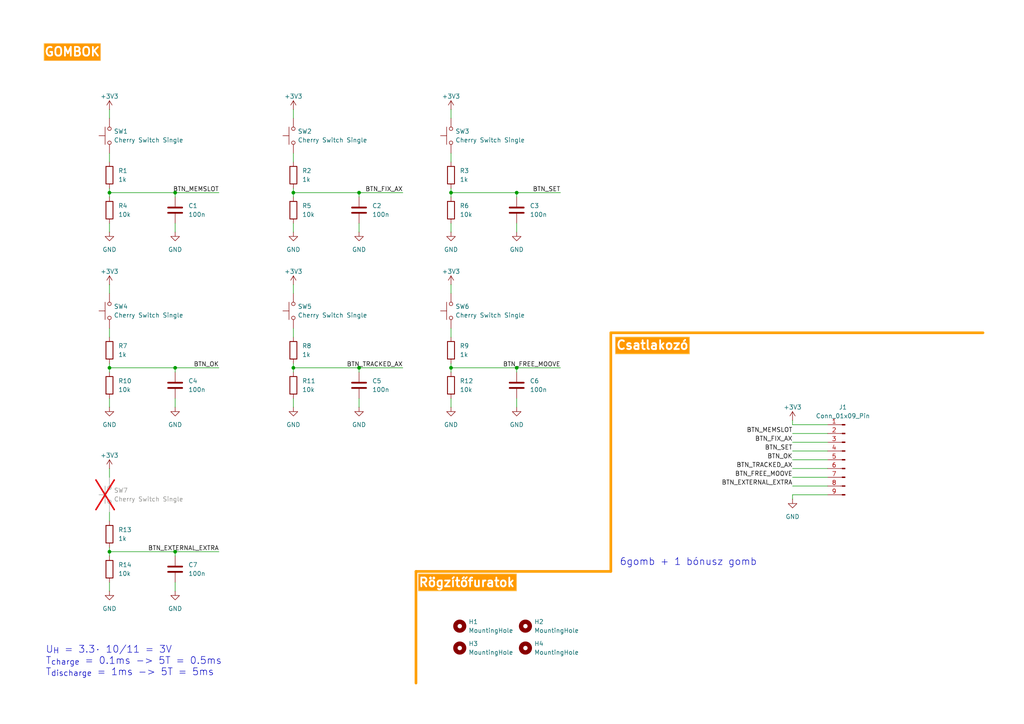
<source format=kicad_sch>
(kicad_sch (version 20250114) (generator "eeschema") (generator_version "9.0")
  (paper "A4")
  (lib_symbols
    (symbol "Connector:Conn_01x09_Pin" (pin_names (offset 1.016) (hide yes))
      (property "Reference" "J" (at 0 12.7 0))
      (property "Value" "Conn_01x09_Pin" (at 0 -12.7 0))
      (symbol "Conn_01x09_Pin_1_1"
        (rectangle (start 0.8636 10.287) (end 0 10.033) (stroke (width 0.1524)) (fill (type outline)))
        (rectangle (start 0.8636 7.747) (end 0 7.493) (stroke (width 0.1524)) (fill (type outline)))
        (rectangle (start 0.8636 5.207) (end 0 4.953) (stroke (width 0.1524)) (fill (type outline)))
        (rectangle (start 0.8636 2.667) (end 0 2.413) (stroke (width 0.1524)) (fill (type outline)))
        (rectangle (start 0.8636 0.127) (end 0 -0.127) (stroke (width 0.1524)) (fill (type outline)))
        (rectangle (start 0.8636 -2.413) (end 0 -2.667) (stroke (width 0.1524)) (fill (type outline)))
        (rectangle (start 0.8636 -4.953) (end 0 -5.207) (stroke (width 0.1524)) (fill (type outline)))
        (rectangle (start 0.8636 -7.493) (end 0 -7.747) (stroke (width 0.1524)) (fill (type outline)))
        (rectangle (start 0.8636 -10.033) (end 0 -10.287) (stroke (width 0.1524)) (fill (type outline)))
        (polyline (pts (xy 1.27 10.16) (xy 0.8636 10.16)) (stroke (width 0.1524)))
        (polyline (pts (xy 1.27 7.62) (xy 0.8636 7.62)) (stroke (width 0.1524)))
        (polyline (pts (xy 1.27 5.08) (xy 0.8636 5.08)) (stroke (width 0.1524)))
        (polyline (pts (xy 1.27 2.54) (xy 0.8636 2.54)) (stroke (width 0.1524)))
        (polyline (pts (xy 1.27 0) (xy 0.8636 0)) (stroke (width 0.1524)))
        (polyline (pts (xy 1.27 -2.54) (xy 0.8636 -2.54)) (stroke (width 0.1524)))
        (polyline (pts (xy 1.27 -5.08) (xy 0.8636 -5.08)) (stroke (width 0.1524)))
        (polyline (pts (xy 1.27 -7.62) (xy 0.8636 -7.62)) (stroke (width 0.1524)))
        (polyline (pts (xy 1.27 -10.16) (xy 0.8636 -10.16)) (stroke (width 0.1524)))
        (pin passive line (at 5.08 10.16 180) (length 3.81) (name "Pin_1") (number "1"))
        (pin passive line (at 5.08 7.62 180) (length 3.81) (name "Pin_2") (number "2"))
        (pin passive line (at 5.08 5.08 180) (length 3.81) (name "Pin_3") (number "3"))
        (pin passive line (at 5.08 2.54 180) (length 3.81) (name "Pin_4") (number "4"))
        (pin passive line (at 5.08 0 180) (length 3.81) (name "Pin_5") (number "5"))
        (pin passive line (at 5.08 -2.54 180) (length 3.81) (name "Pin_6") (number "6"))
        (pin passive line (at 5.08 -5.08 180) (length 3.81) (name "Pin_7") (number "7"))
        (pin passive line (at 5.08 -7.62 180) (length 3.81) (name "Pin_8") (number "8"))
        (pin passive line (at 5.08 -10.16 180) (length 3.81) (name "Pin_9") (number "9"))
      )
    )
    (symbol "Device:C" (pin_numbers (hide yes)) (pin_names (offset 0.254))
      (property "Reference" "C" (at 0.635 2.54 0))
      (property "Value" "C" (at 0.635 -2.54 0))
      (symbol "C_0_1"
        (polyline (pts (xy -2.032 0.762) (xy 2.032 0.762)) (stroke (width 0.508)))
        (polyline (pts (xy -2.032 -0.762) (xy 2.032 -0.762)) (stroke (width 0.508)))
      )
      (symbol "C_1_1"
        (pin passive line (at 0 3.81 270) (length 2.794) (name "~") (number "1"))
        (pin passive line (at 0 -3.81 90) (length 2.794) (name "~") (number "2"))
      )
    )
    (symbol "Device:R" (pin_numbers (hide yes)) (pin_names (offset 0))
      (property "Reference" "R" (at 2.032 0 90))
      (property "Value" "R" (at 0 0 90))
      (symbol "R_0_1"
        (rectangle (start -1.016 -2.54) (end 1.016 2.54) (stroke (width 0.254)))
      )
      (symbol "R_1_1"
        (pin passive line (at 0 3.81 270) (length 1.27) (name "~") (number "1"))
        (pin passive line (at 0 -3.81 90) (length 1.27) (name "~") (number "2"))
      )
    )
    (symbol "Mechanical:MountingHole" (pin_names (offset 1.016)) (in_bom no)
      (property "Reference" "H" (at 0 5.08 0))
      (property "Value" "MountingHole" (at 0 3.175 0))
      (symbol "MountingHole_0_1"
        (circle (center 0 0) (radius 1.27) (stroke (width 1.27)))
      )
    )
    (symbol "Switch:SW_Push" (pin_numbers (hide yes)) (pin_names (offset 1.016) (hide yes))
      (property "Reference" "SW" (at 1.27 2.54 0))
      (property "Value" "SW_Push" (at 0 -1.524 0))
      (symbol "SW_Push_0_1"
        (circle (center -2.032 0) (radius 0.508))
        (polyline (pts (xy 0 1.27) (xy 0 3.048)))
        (circle (center 2.032 0) (radius 0.508))
        (polyline (pts (xy 2.54 1.27) (xy -2.54 1.27)))
        (pin passive line (at -5.08 0 0) (length 2.54) (name "1") (number "1"))
        (pin passive line (at 5.08 0 180) (length 2.54) (name "2") (number "2"))
      )
    )
    (symbol "power:+3V3" (power) (pin_numbers (hide yes)) (pin_names (offset 0) (hide yes))
      (property "Value" "+3V3" (at 0 3.556 0))
      (symbol "+3V3_0_1"
        (polyline (pts (xy -0.762 1.27) (xy 0 2.54)))
        (polyline (pts (xy 0 2.54) (xy 0.762 1.27)))
        (polyline (pts (xy 0 0) (xy 0 2.54)))
      )
      (symbol "+3V3_1_1"
        (pin power_in line (at 0 0 90) (length 0) (name "~") (number "1"))
      )
    )
    (symbol "power:GND" (power) (pin_numbers (hide yes)) (pin_names (offset 0) (hide yes))
      (property "Value" "GND" (at 0 -3.81 0))
      (symbol "GND_0_1"
        (polyline (pts (xy 0 0) (xy 0 -1.27) (xy 1.27 -1.27) (xy 0 -2.54) (xy -1.27 -1.27) (xy 0 -1.27)))
      )
      (symbol "GND_1_1"
        (pin power_in line (at 0 0 270) (length 0) (name "~") (number "1"))
      )
    )
  )
  (rectangle (start 178.435 97.663) (end 200.0249 102.743) (stroke (width 0) (color 255 229 191 1)) (fill (type color) (color 255 153 0 1)))
  (rectangle (start 121.285 166.37) (end 149.8599 171.45) (stroke (width 0) (color 255 229 191 1)) (fill (type color) (color 255 153 0 1)))
  (rectangle (start 12.7 12.573) (end 29.2099 17.653) (stroke (width 0) (color 255 229 191 1)) (fill (type color) (color 255 153 0 1)))
  (text "Rögzítőfuratok" (at 135.382 169.164 0) (effects (font (size 2.54 2.54) (thickness 0.508) (bold yes))))
  (text "U_{H} = 3.3· 10/11 = 3V\nT_{charge} = 0.1ms -> 5T = 0.5ms\nT_{discharge} = 1ms -> 5T = 5ms" (at 13.208 191.77 0) (effects (font (size 2.032 2.032)) (justify left)))
  (text "6gomb + 1 bónusz gomb" (at 199.644 163.068 0) (effects (font (size 2.032 2.032))))
  (text "Csatlakozó" (at 189.23 100.33 0) (effects (font (size 2.54 2.54) (thickness 0.508) (bold yes))))
  (text "GOMBOK" (at 20.955 15.24 0) (effects (font (size 2.54 2.54) (thickness 0.508) (bold yes))))
  (junction (at 149.86 106.68))
  (junction (at 104.14 106.68))
  (junction (at 31.75 106.68))
  (junction (at 85.09 106.68))
  (junction (at 130.81 55.88))
  (junction (at 104.14 55.88))
  (junction (at 31.75 160.02))
  (junction (at 130.81 106.68))
  (junction (at 149.86 55.88))
  (junction (at 50.8 106.68))
  (junction (at 31.75 55.88))
  (junction (at 50.8 160.02))
  (junction (at 85.09 55.88))
  (junction (at 50.8 55.88))
  (polyline (pts (xy 177.165 165.735) (xy 120.65 165.735)) (stroke (width 0.762) (type solid) (color 255 153 0 1)))
  (wire (pts (xy 229.87 123.19) (xy 240.03 123.19)))
  (wire (pts (xy 31.75 44.45) (xy 31.75 46.99)))
  (wire (pts (xy 85.09 106.68) (xy 85.09 107.95)))
  (wire (pts (xy 31.75 64.77) (xy 31.75 67.31)))
  (wire (pts (xy 50.8 106.68) (xy 50.8 107.95)))
  (polyline (pts (xy 285.115 96.52) (xy 177.165 96.52)) (stroke (width 0.762) (type solid) (color 255 153 0 1)))
  (wire (pts (xy 149.86 115.57) (xy 149.86 118.11)))
  (wire (pts (xy 229.87 133.35) (xy 240.03 133.35)))
  (wire (pts (xy 50.8 160.02) (xy 63.5 160.02)))
  (wire (pts (xy 31.75 160.02) (xy 31.75 161.29)))
  (wire (pts (xy 130.81 106.68) (xy 149.86 106.68)))
  (wire (pts (xy 104.14 106.68) (xy 104.14 107.95)))
  (wire (pts (xy 229.87 135.89) (xy 240.03 135.89)))
  (wire (pts (xy 31.75 115.57) (xy 31.75 118.11)))
  (wire (pts (xy 130.81 106.68) (xy 130.81 107.95)))
  (wire (pts (xy 85.09 95.25) (xy 85.09 97.79)))
  (wire (pts (xy 149.86 55.88) (xy 149.86 57.15)))
  (wire (pts (xy 31.75 82.55) (xy 31.75 85.09)))
  (wire (pts (xy 130.81 82.55) (xy 130.81 85.09)))
  (wire (pts (xy 104.14 64.77) (xy 104.14 67.31)))
  (wire (pts (xy 149.86 64.77) (xy 149.86 67.31)))
  (wire (pts (xy 229.87 125.73) (xy 240.03 125.73)))
  (wire (pts (xy 229.87 128.27) (xy 240.03 128.27)))
  (wire (pts (xy 85.09 115.57) (xy 85.09 118.11)))
  (wire (pts (xy 50.8 115.57) (xy 50.8 118.11)))
  (wire (pts (xy 130.81 95.25) (xy 130.81 97.79)))
  (wire (pts (xy 85.09 31.75) (xy 85.09 34.29)))
  (wire (pts (xy 149.86 55.88) (xy 162.56 55.88)))
  (wire (pts (xy 31.75 105.41) (xy 31.75 106.68)))
  (wire (pts (xy 85.09 54.61) (xy 85.09 55.88)))
  (wire (pts (xy 50.8 160.02) (xy 50.8 161.29)))
  (wire (pts (xy 229.87 140.97) (xy 240.03 140.97)))
  (wire (pts (xy 229.87 144.78) (xy 229.87 143.51)))
  (wire (pts (xy 104.14 115.57) (xy 104.14 118.11)))
  (wire (pts (xy 229.87 123.19) (xy 229.87 121.92)))
  (wire (pts (xy 31.75 106.68) (xy 50.8 106.68)))
  (wire (pts (xy 85.09 106.68) (xy 104.14 106.68)))
  (wire (pts (xy 85.09 82.55) (xy 85.09 85.09)))
  (wire (pts (xy 130.81 55.88) (xy 130.81 57.15)))
  (polyline (pts (xy 120.65 165.735) (xy 120.65 198.12)) (stroke (width 0.762) (type solid) (color 255 153 0 1)))
  (wire (pts (xy 85.09 44.45) (xy 85.09 46.99)))
  (wire (pts (xy 130.81 55.88) (xy 149.86 55.88)))
  (wire (pts (xy 31.75 54.61) (xy 31.75 55.88)))
  (wire (pts (xy 31.75 31.75) (xy 31.75 34.29)))
  (wire (pts (xy 31.75 158.75) (xy 31.75 160.02)))
  (wire (pts (xy 85.09 105.41) (xy 85.09 106.68)))
  (wire (pts (xy 31.75 148.59) (xy 31.75 151.13)))
  (wire (pts (xy 31.75 160.02) (xy 50.8 160.02)))
  (wire (pts (xy 104.14 55.88) (xy 104.14 57.15)))
  (wire (pts (xy 130.81 64.77) (xy 130.81 67.31)))
  (wire (pts (xy 50.8 106.68) (xy 63.5 106.68)))
  (polyline (pts (xy 177.165 96.52) (xy 177.165 165.735)) (stroke (width 0.762) (type solid) (color 255 153 0 1)))
  (wire (pts (xy 31.75 135.89) (xy 31.75 138.43)))
  (wire (pts (xy 130.81 31.75) (xy 130.81 34.29)))
  (wire (pts (xy 50.8 55.88) (xy 63.5 55.88)))
  (wire (pts (xy 149.86 106.68) (xy 149.86 107.95)))
  (wire (pts (xy 130.81 115.57) (xy 130.81 118.11)))
  (wire (pts (xy 104.14 106.68) (xy 116.84 106.68)))
  (wire (pts (xy 130.81 54.61) (xy 130.81 55.88)))
  (wire (pts (xy 31.75 55.88) (xy 50.8 55.88)))
  (wire (pts (xy 50.8 55.88) (xy 50.8 57.15)))
  (wire (pts (xy 85.09 64.77) (xy 85.09 67.31)))
  (wire (pts (xy 50.8 64.77) (xy 50.8 67.31)))
  (wire (pts (xy 104.14 55.88) (xy 116.84 55.88)))
  (wire (pts (xy 85.09 55.88) (xy 104.14 55.88)))
  (wire (pts (xy 229.87 130.81) (xy 240.03 130.81)))
  (wire (pts (xy 229.87 138.43) (xy 240.03 138.43)))
  (wire (pts (xy 31.75 106.68) (xy 31.75 107.95)))
  (wire (pts (xy 149.86 106.68) (xy 162.56 106.68)))
  (wire (pts (xy 130.81 105.41) (xy 130.81 106.68)))
  (wire (pts (xy 50.8 168.91) (xy 50.8 171.45)))
  (wire (pts (xy 31.75 55.88) (xy 31.75 57.15)))
  (wire (pts (xy 31.75 168.91) (xy 31.75 171.45)))
  (wire (pts (xy 130.81 44.45) (xy 130.81 46.99)))
  (wire (pts (xy 229.87 143.51) (xy 240.03 143.51)))
  (wire (pts (xy 31.75 95.25) (xy 31.75 97.79)))
  (wire (pts (xy 85.09 55.88) (xy 85.09 57.15)))
  (label "BTN_FIX_AX" (at 116.84 55.88 180))
  (label "BTN_OK" (at 229.87 133.35 180))
  (label "BTN_MEMSLOT" (at 63.5 55.88 180))
  (label "BTN_EXTERNAL_EXTRA" (at 229.87 140.97 180))
  (label "BTN_TRACKED_AX" (at 116.84 106.68 180))
  (label "BTN_SET" (at 229.87 130.81 180))
  (label "BTN_OK" (at 63.5 106.68 180))
  (label "BTN_MEMSLOT" (at 229.87 125.73 180))
  (label "BTN_FREE_MOOVE" (at 162.56 106.68 180))
  (label "BTN_EXTERNAL_EXTRA" (at 63.5 160.02 180))
  (label "BTN_TRACKED_AX" (at 229.87 135.89 180))
  (label "BTN_SET" (at 162.56 55.88 180))
  (label "BTN_FREE_MOOVE" (at 229.87 138.43 180))
  (label "BTN_FIX_AX" (at 229.87 128.27 180))
  (symbol (lib_id "Switch:SW_Push") (at 31.75 90.17 90) (unit 1)
    (property "Reference" "SW4" (at 33.02 88.8999 90) (effects (justify right)))
    (property "Value" "Cherry Switch Single" (at 33.02 91.4399 90) (effects (justify right)))
    (property "Footprint" "ComponentLib:SW_Cherry_MX_1.00u_PCB" (effects (hide yes)))
    (property "Description" "Push button switch, generic, two pins" (effects (hide yes)))
  )
  (symbol (lib_id "Device:R") (at 31.75 111.76 0) (unit 1)
    (property "Reference" "R10" (at 34.29 110.4899 0) (effects (justify left)))
    (property "Value" "10k" (at 34.29 113.0299 0) (effects (justify left)))
    (property "Footprint" "Resistor_SMD:R_0603_1608Metric" (effects (hide yes)))
    (property "Description" "Resistor" (effects (hide yes)))
  )
  (symbol (lib_id "Device:R") (at 31.75 154.94 0) (unit 1)
    (property "Reference" "R13" (at 34.29 153.6699 0) (effects (justify left)))
    (property "Value" "1k" (at 34.29 156.2099 0) (effects (justify left)))
    (property "Footprint" "Resistor_SMD:R_0603_1608Metric" (effects (hide yes)))
    (property "Description" "Resistor" (effects (hide yes)))
  )
  (symbol (lib_id "power:GND") (at 85.09 118.11 0) (unit 1)
    (property "Reference" "#PWR015" (effects (hide yes)))
    (property "Value" "GND" (at 85.09 123.19 0))
    (property "Description" "Power symbol creates a global label with name \"GND\" , ground" (effects (hide yes)))
  )
  (symbol (lib_id "Mechanical:MountingHole") (at 133.35 187.96 0) (unit 1) (in_bom no)
    (property "Reference" "H3" (at 135.89 186.6899 0) (effects (justify left)))
    (property "Value" "MountingHole" (at 135.89 189.2299 0) (effects (justify left)))
    (property "Footprint" "MountingHole:MountingHole_3.2mm_M3" (effects (hide yes)))
    (property "Description" "Mounting Hole without connection" (effects (hide yes)))
  )
  (symbol (lib_id "Device:R") (at 31.75 60.96 0) (unit 1)
    (property "Reference" "R4" (at 34.29 59.6899 0) (effects (justify left)))
    (property "Value" "10k" (at 34.29 62.2299 0) (effects (justify left)))
    (property "Footprint" "Resistor_SMD:R_0603_1608Metric" (effects (hide yes)))
    (property "Description" "Resistor" (effects (hide yes)))
  )
  (symbol (lib_id "Device:R") (at 31.75 165.1 0) (unit 1)
    (property "Reference" "R14" (at 34.29 163.8299 0) (effects (justify left)))
    (property "Value" "10k" (at 34.29 166.3699 0) (effects (justify left)))
    (property "Footprint" "Resistor_SMD:R_0603_1608Metric" (effects (hide yes)))
    (property "Description" "Resistor" (effects (hide yes)))
  )
  (symbol (lib_id "Device:R") (at 85.09 101.6 0) (unit 1)
    (property "Reference" "R8" (at 87.63 100.3299 0) (effects (justify left)))
    (property "Value" "1k" (at 87.63 102.8699 0) (effects (justify left)))
    (property "Footprint" "Resistor_SMD:R_0603_1608Metric" (effects (hide yes)))
    (property "Description" "Resistor" (effects (hide yes)))
  )
  (symbol (lib_id "power:GND") (at 50.8 67.31 0) (unit 1)
    (property "Reference" "#PWR05" (effects (hide yes)))
    (property "Value" "GND" (at 50.8 72.39 0))
    (property "Description" "Power symbol creates a global label with name \"GND\" , ground" (effects (hide yes)))
  )
  (symbol (lib_id "power:GND") (at 31.75 67.31 0) (unit 1)
    (property "Reference" "#PWR04" (effects (hide yes)))
    (property "Value" "GND" (at 31.75 72.39 0))
    (property "Description" "Power symbol creates a global label with name \"GND\" , ground" (effects (hide yes)))
  )
  (symbol (lib_id "power:GND") (at 130.81 67.31 0) (unit 1)
    (property "Reference" "#PWR08" (effects (hide yes)))
    (property "Value" "GND" (at 130.81 72.39 0))
    (property "Description" "Power symbol creates a global label with name \"GND\" , ground" (effects (hide yes)))
  )
  (symbol (lib_id "Switch:SW_Push") (at 130.81 39.37 90) (unit 1)
    (property "Reference" "SW3" (at 132.08 38.0999 90) (effects (justify right)))
    (property "Value" "Cherry Switch Single" (at 132.08 40.6399 90) (effects (justify right)))
    (property "Footprint" "ComponentLib:SW_Cherry_MX_1.00u_PCB" (effects (hide yes)))
    (property "Description" "Push button switch, generic, two pins" (effects (hide yes)))
  )
  (symbol (lib_id "Switch:SW_Push") (at 85.09 90.17 90) (unit 1)
    (property "Reference" "SW5" (at 86.36 88.8999 90) (effects (justify right)))
    (property "Value" "Cherry Switch Single" (at 86.36 91.4399 90) (effects (justify right)))
    (property "Footprint" "ComponentLib:SW_Cherry_MX_1.00u_PCB" (effects (hide yes)))
    (property "Description" "Push button switch, generic, two pins" (effects (hide yes)))
  )
  (symbol (lib_id "power:GND") (at 130.81 118.11 0) (unit 1)
    (property "Reference" "#PWR017" (effects (hide yes)))
    (property "Value" "GND" (at 130.81 123.19 0))
    (property "Description" "Power symbol creates a global label with name \"GND\" , ground" (effects (hide yes)))
  )
  (symbol (lib_id "Device:R") (at 31.75 101.6 0) (unit 1)
    (property "Reference" "R7" (at 34.29 100.3299 0) (effects (justify left)))
    (property "Value" "1k" (at 34.29 102.8699 0) (effects (justify left)))
    (property "Footprint" "Resistor_SMD:R_0603_1608Metric" (effects (hide yes)))
    (property "Description" "Resistor" (effects (hide yes)))
  )
  (symbol (lib_id "power:GND") (at 31.75 118.11 0) (unit 1)
    (property "Reference" "#PWR013" (effects (hide yes)))
    (property "Value" "GND" (at 31.75 123.19 0))
    (property "Description" "Power symbol creates a global label with name \"GND\" , ground" (effects (hide yes)))
  )
  (symbol (lib_id "power:GND") (at 50.8 171.45 0) (unit 1)
    (property "Reference" "#PWR023" (effects (hide yes)))
    (property "Value" "GND" (at 50.8 176.53 0))
    (property "Description" "Power symbol creates a global label with name \"GND\" , ground" (effects (hide yes)))
  )
  (symbol (lib_id "Device:R") (at 130.81 60.96 0) (unit 1)
    (property "Reference" "R6" (at 133.35 59.6899 0) (effects (justify left)))
    (property "Value" "10k" (at 133.35 62.2299 0) (effects (justify left)))
    (property "Footprint" "Resistor_SMD:R_0603_1608Metric" (effects (hide yes)))
    (property "Description" "Resistor" (effects (hide yes)))
  )
  (symbol (lib_id "power:GND") (at 104.14 67.31 0) (unit 1)
    (property "Reference" "#PWR07" (effects (hide yes)))
    (property "Value" "GND" (at 104.14 72.39 0))
    (property "Description" "Power symbol creates a global label with name \"GND\" , ground" (effects (hide yes)))
  )
  (symbol (lib_id "Device:C") (at 149.86 60.96 0) (unit 1)
    (property "Reference" "C3" (at 153.67 59.6899 0) (effects (justify left)))
    (property "Value" "100n" (at 153.67 62.2299 0) (effects (justify left)))
    (property "Footprint" "Capacitor_SMD:C_0603_1608Metric" (effects (hide yes)))
    (property "Description" "Unpolarized capacitor" (effects (hide yes)))
  )
  (symbol (lib_id "power:+3V3") (at 31.75 135.89 0) (unit 1)
    (property "Reference" "#PWR020" (effects (hide yes)))
    (property "Value" "+3V3" (at 31.75 132.08 0))
    (property "Description" "Power symbol creates a global label with name \"+3V3\"" (effects (hide yes)))
  )
  (symbol (lib_id "Switch:SW_Push") (at 31.75 143.51 90) (unit 1) (dnp yes)
    (property "Reference" "SW7" (at 33.02 142.2399 90) (effects (justify right)))
    (property "Value" "Cherry Switch Single" (at 33.02 144.7799 90) (effects (justify right)))
    (property "Footprint" "ComponentLib:SW_Cherry_MX_1.00u_PCB" (effects (hide yes)))
    (property "Description" "Push button switch, generic, two pins" (effects (hide yes)))
  )
  (symbol (lib_id "power:GND") (at 85.09 67.31 0) (unit 1)
    (property "Reference" "#PWR06" (effects (hide yes)))
    (property "Value" "GND" (at 85.09 72.39 0))
    (property "Description" "Power symbol creates a global label with name \"GND\" , ground" (effects (hide yes)))
  )
  (symbol (lib_id "power:+3V3") (at 85.09 82.55 0) (unit 1)
    (property "Reference" "#PWR011" (effects (hide yes)))
    (property "Value" "+3V3" (at 85.09 78.74 0))
    (property "Description" "Power symbol creates a global label with name \"+3V3\"" (effects (hide yes)))
  )
  (symbol (lib_id "power:GND") (at 149.86 118.11 0) (unit 1)
    (property "Reference" "#PWR018" (effects (hide yes)))
    (property "Value" "GND" (at 149.86 123.19 0))
    (property "Description" "Power symbol creates a global label with name \"GND\" , ground" (effects (hide yes)))
  )
  (symbol (lib_id "Mechanical:MountingHole") (at 133.35 181.61 0) (unit 1) (in_bom no)
    (property "Reference" "H1" (at 135.89 180.3399 0) (effects (justify left)))
    (property "Value" "MountingHole" (at 135.89 182.8799 0) (effects (justify left)))
    (property "Footprint" "MountingHole:MountingHole_3.2mm_M3" (effects (hide yes)))
    (property "Description" "Mounting Hole without connection" (effects (hide yes)))
  )
  (symbol (lib_id "Device:C") (at 50.8 60.96 0) (unit 1)
    (property "Reference" "C1" (at 54.61 59.6899 0) (effects (justify left)))
    (property "Value" "100n" (at 54.61 62.2299 0) (effects (justify left)))
    (property "Footprint" "Capacitor_SMD:C_0603_1608Metric" (effects (hide yes)))
    (property "Description" "Unpolarized capacitor" (effects (hide yes)))
  )
  (symbol (lib_id "power:+3V3") (at 31.75 31.75 0) (unit 1)
    (property "Reference" "#PWR01" (effects (hide yes)))
    (property "Value" "+3V3" (at 31.75 27.94 0))
    (property "Description" "Power symbol creates a global label with name \"+3V3\"" (effects (hide yes)))
  )
  (symbol (lib_id "Device:C") (at 104.14 60.96 0) (unit 1)
    (property "Reference" "C2" (at 107.95 59.6899 0) (effects (justify left)))
    (property "Value" "100n" (at 107.95 62.2299 0) (effects (justify left)))
    (property "Footprint" "Capacitor_SMD:C_0603_1608Metric" (effects (hide yes)))
    (property "Description" "Unpolarized capacitor" (effects (hide yes)))
  )
  (symbol (lib_id "power:+3V3") (at 85.09 31.75 0) (unit 1)
    (property "Reference" "#PWR02" (effects (hide yes)))
    (property "Value" "+3V3" (at 85.09 27.94 0))
    (property "Description" "Power symbol creates a global label with name \"+3V3\"" (effects (hide yes)))
  )
  (symbol (lib_id "power:GND") (at 149.86 67.31 0) (unit 1)
    (property "Reference" "#PWR09" (effects (hide yes)))
    (property "Value" "GND" (at 149.86 72.39 0))
    (property "Description" "Power symbol creates a global label with name \"GND\" , ground" (effects (hide yes)))
  )
  (symbol (lib_id "Device:C") (at 50.8 111.76 0) (unit 1)
    (property "Reference" "C4" (at 54.61 110.4899 0) (effects (justify left)))
    (property "Value" "100n" (at 54.61 113.0299 0) (effects (justify left)))
    (property "Footprint" "Capacitor_SMD:C_0603_1608Metric" (effects (hide yes)))
    (property "Description" "Unpolarized capacitor" (effects (hide yes)))
  )
  (symbol (lib_id "Switch:SW_Push") (at 31.75 39.37 90) (unit 1)
    (property "Reference" "SW1" (at 33.02 38.0999 90) (effects (justify right)))
    (property "Value" "Cherry Switch Single" (at 33.02 40.6399 90) (effects (justify right)))
    (property "Footprint" "ComponentLib:SW_Cherry_MX_1.00u_PCB" (effects (hide yes)))
    (property "Description" "Push button switch, generic, two pins" (effects (hide yes)))
  )
  (symbol (lib_id "Device:C") (at 50.8 165.1 0) (unit 1)
    (property "Reference" "C7" (at 54.61 163.8299 0) (effects (justify left)))
    (property "Value" "100n" (at 54.61 166.3699 0) (effects (justify left)))
    (property "Footprint" "Capacitor_SMD:C_0603_1608Metric" (effects (hide yes)))
    (property "Description" "Unpolarized capacitor" (effects (hide yes)))
  )
  (symbol (lib_id "Mechanical:MountingHole") (at 152.4 187.96 0) (unit 1) (in_bom no)
    (property "Reference" "H4" (at 154.94 186.6899 0) (effects (justify left)))
    (property "Value" "MountingHole" (at 154.94 189.2299 0) (effects (justify left)))
    (property "Footprint" "MountingHole:MountingHole_3.2mm_M3" (effects (hide yes)))
    (property "Description" "Mounting Hole without connection" (effects (hide yes)))
  )
  (symbol (lib_id "Device:C") (at 149.86 111.76 0) (unit 1)
    (property "Reference" "C6" (at 153.67 110.4899 0) (effects (justify left)))
    (property "Value" "100n" (at 153.67 113.0299 0) (effects (justify left)))
    (property "Footprint" "Capacitor_SMD:C_0603_1608Metric" (effects (hide yes)))
    (property "Description" "Unpolarized capacitor" (effects (hide yes)))
  )
  (symbol (lib_id "Device:R") (at 130.81 50.8 0) (unit 1)
    (property "Reference" "R3" (at 133.35 49.5299 0) (effects (justify left)))
    (property "Value" "1k" (at 133.35 52.0699 0) (effects (justify left)))
    (property "Footprint" "Resistor_SMD:R_0603_1608Metric" (effects (hide yes)))
    (property "Description" "Resistor" (effects (hide yes)))
  )
  (symbol (lib_id "Device:R") (at 130.81 101.6 0) (unit 1)
    (property "Reference" "R9" (at 133.35 100.3299 0) (effects (justify left)))
    (property "Value" "1k" (at 133.35 102.8699 0) (effects (justify left)))
    (property "Footprint" "Resistor_SMD:R_0603_1608Metric" (effects (hide yes)))
    (property "Description" "Resistor" (effects (hide yes)))
  )
  (symbol (lib_id "power:GND") (at 31.75 171.45 0) (unit 1)
    (property "Reference" "#PWR022" (effects (hide yes)))
    (property "Value" "GND" (at 31.75 176.53 0))
    (property "Description" "Power symbol creates a global label with name \"GND\" , ground" (effects (hide yes)))
  )
  (symbol (lib_id "Device:C") (at 104.14 111.76 0) (unit 1)
    (property "Reference" "C5" (at 107.95 110.4899 0) (effects (justify left)))
    (property "Value" "100n" (at 107.95 113.0299 0) (effects (justify left)))
    (property "Footprint" "Capacitor_SMD:C_0603_1608Metric" (effects (hide yes)))
    (property "Description" "Unpolarized capacitor" (effects (hide yes)))
  )
  (symbol (lib_id "Mechanical:MountingHole") (at 152.4 181.61 0) (unit 1) (in_bom no)
    (property "Reference" "H2" (at 154.94 180.3399 0) (effects (justify left)))
    (property "Value" "MountingHole" (at 154.94 182.8799 0) (effects (justify left)))
    (property "Footprint" "MountingHole:MountingHole_3.2mm_M3" (effects (hide yes)))
    (property "Description" "Mounting Hole without connection" (effects (hide yes)))
  )
  (symbol (lib_id "power:GND") (at 229.87 144.78 0) (unit 1)
    (property "Reference" "#PWR021" (effects (hide yes)))
    (property "Value" "GND" (at 229.87 149.86 0))
    (property "Description" "Power symbol creates a global label with name \"GND\" , ground" (effects (hide yes)))
  )
  (symbol (lib_id "Switch:SW_Push") (at 85.09 39.37 90) (unit 1)
    (property "Reference" "SW2" (at 86.36 38.0999 90) (effects (justify right)))
    (property "Value" "Cherry Switch Single" (at 86.36 40.6399 90) (effects (justify right)))
    (property "Footprint" "ComponentLib:SW_Cherry_MX_1.00u_PCB" (effects (hide yes)))
    (property "Description" "Push button switch, generic, two pins" (effects (hide yes)))
  )
  (symbol (lib_id "Device:R") (at 31.75 50.8 0) (unit 1)
    (property "Reference" "R1" (at 34.29 49.5299 0) (effects (justify left)))
    (property "Value" "1k" (at 34.29 52.0699 0) (effects (justify left)))
    (property "Footprint" "Resistor_SMD:R_0603_1608Metric" (effects (hide yes)))
    (property "Description" "Resistor" (effects (hide yes)))
  )
  (symbol (lib_id "power:GND") (at 50.8 118.11 0) (unit 1)
    (property "Reference" "#PWR014" (effects (hide yes)))
    (property "Value" "GND" (at 50.8 123.19 0))
    (property "Description" "Power symbol creates a global label with name \"GND\" , ground" (effects (hide yes)))
  )
  (symbol (lib_id "Device:R") (at 85.09 60.96 0) (unit 1)
    (property "Reference" "R5" (at 87.63 59.6899 0) (effects (justify left)))
    (property "Value" "10k" (at 87.63 62.2299 0) (effects (justify left)))
    (property "Footprint" "Resistor_SMD:R_0603_1608Metric" (effects (hide yes)))
    (property "Description" "Resistor" (effects (hide yes)))
  )
  (symbol (lib_id "Switch:SW_Push") (at 130.81 90.17 90) (unit 1)
    (property "Reference" "SW6" (at 132.08 88.8999 90) (effects (justify right)))
    (property "Value" "Cherry Switch Single" (at 132.08 91.4399 90) (effects (justify right)))
    (property "Footprint" "ComponentLib:SW_Cherry_MX_1.00u_PCB" (effects (hide yes)))
    (property "Description" "Push button switch, generic, two pins" (effects (hide yes)))
  )
  (symbol (lib_id "Connector:Conn_01x09_Pin") (at 245.11 133.35 0) (mirror y) (unit 1)
    (property "Reference" "J1" (at 244.475 118.11 0))
    (property "Value" "Conn_01x09_Pin" (at 244.475 120.65 0))
    (property "Footprint" "Connector_JST:JST_PH_B9B-PH-K_1x09_P2.00mm_Vertical" (effects (hide yes)))
    (property "Description" "Generic connector, single row, 01x09, script generated" (effects (hide yes)))
  )
  (symbol (lib_id "Device:R") (at 130.81 111.76 0) (unit 1)
    (property "Reference" "R12" (at 133.35 110.4899 0) (effects (justify left)))
    (property "Value" "10k" (at 133.35 113.0299 0) (effects (justify left)))
    (property "Footprint" "Resistor_SMD:R_0603_1608Metric" (effects (hide yes)))
    (property "Description" "Resistor" (effects (hide yes)))
  )
  (symbol (lib_id "Device:R") (at 85.09 111.76 0) (unit 1)
    (property "Reference" "R11" (at 87.63 110.4899 0) (effects (justify left)))
    (property "Value" "10k" (at 87.63 113.0299 0) (effects (justify left)))
    (property "Footprint" "Resistor_SMD:R_0603_1608Metric" (effects (hide yes)))
    (property "Description" "Resistor" (effects (hide yes)))
  )
  (symbol (lib_id "power:GND") (at 104.14 118.11 0) (unit 1)
    (property "Reference" "#PWR016" (effects (hide yes)))
    (property "Value" "GND" (at 104.14 123.19 0))
    (property "Description" "Power symbol creates a global label with name \"GND\" , ground" (effects (hide yes)))
  )
  (symbol (lib_id "power:+3V3") (at 130.81 82.55 0) (unit 1)
    (property "Reference" "#PWR012" (effects (hide yes)))
    (property "Value" "+3V3" (at 130.81 78.74 0))
    (property "Description" "Power symbol creates a global label with name \"+3V3\"" (effects (hide yes)))
  )
  (symbol (lib_id "power:+3V3") (at 130.81 31.75 0) (unit 1)
    (property "Reference" "#PWR03" (effects (hide yes)))
    (property "Value" "+3V3" (at 130.81 27.94 0))
    (property "Description" "Power symbol creates a global label with name \"+3V3\"" (effects (hide yes)))
  )
  (symbol (lib_id "power:+3V3") (at 31.75 82.55 0) (unit 1)
    (property "Reference" "#PWR010" (effects (hide yes)))
    (property "Value" "+3V3" (at 31.75 78.74 0))
    (property "Description" "Power symbol creates a global label with name \"+3V3\"" (effects (hide yes)))
  )
  (symbol (lib_id "power:+3V3") (at 229.87 121.92 0) (unit 1)
    (property "Reference" "#PWR019" (effects (hide yes)))
    (property "Value" "+3V3" (at 229.87 118.11 0))
    (property "Description" "Power symbol creates a global label with name \"+3V3\"" (effects (hide yes)))
  )
  (symbol (lib_id "Device:R") (at 85.09 50.8 0) (unit 1)
    (property "Reference" "R2" (at 87.63 49.5299 0) (effects (justify left)))
    (property "Value" "1k" (at 87.63 52.0699 0) (effects (justify left)))
    (property "Footprint" "Resistor_SMD:R_0603_1608Metric" (effects (hide yes)))
    (property "Description" "Resistor" (effects (hide yes)))
  )
)
</source>
